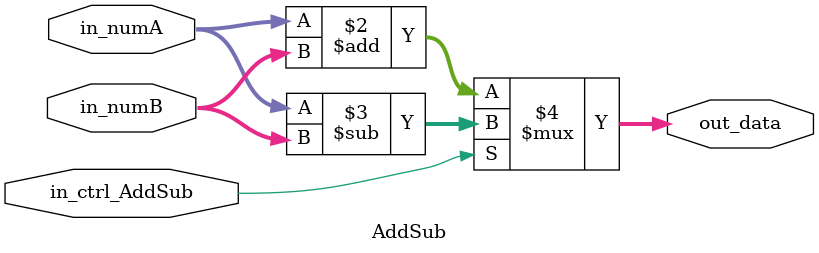
<source format=v>
module AddSub(in_numA, in_numB, in_ctrl_AddSub, out_data);
    parameter DATA_WIDTH = 64;

    input   in_ctrl_AddSub;
    input   [DATA_WIDTH - 1:0] in_numA, in_numB;

    output  [DATA_WIDTH - 1:0] out_data;

    assign out_data = (!in_ctrl_AddSub) ? (in_numA + in_numB) : (in_numA - in_numB);
endmodule
</source>
